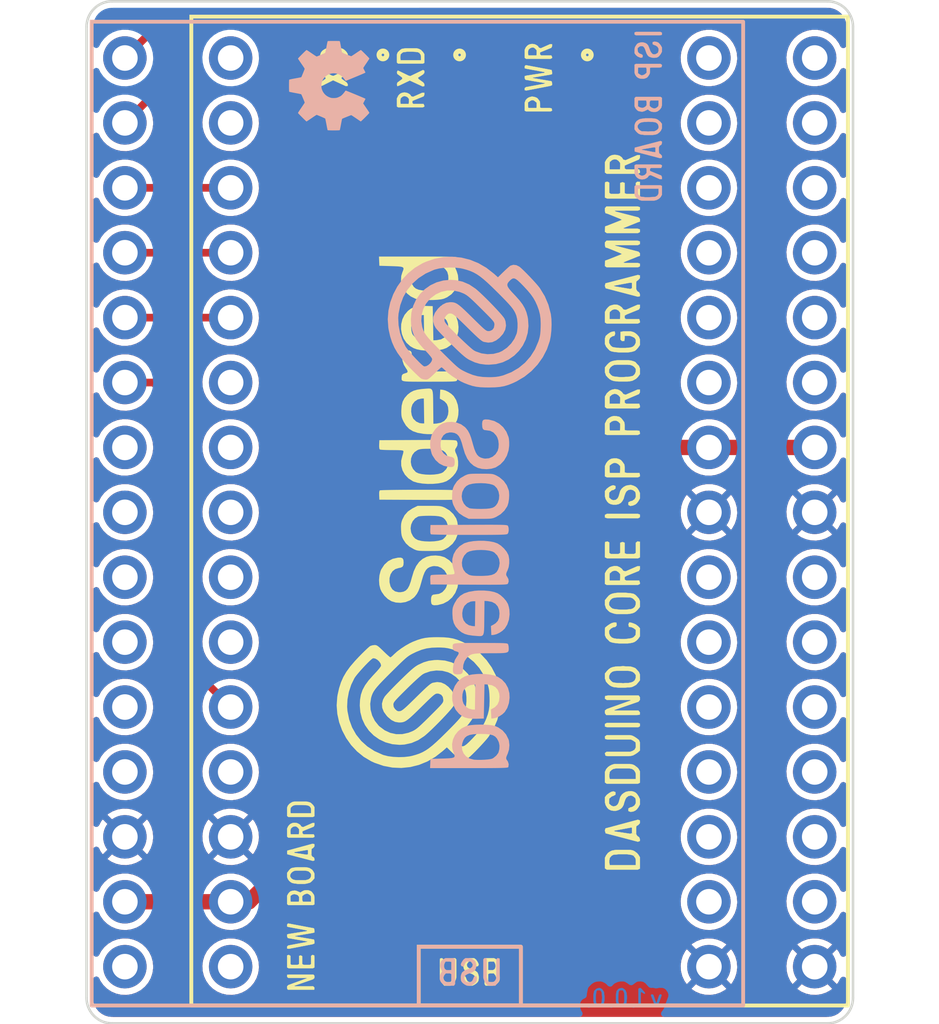
<source format=kicad_pcb>
(kicad_pcb (version 20210623) (generator pcbnew)
  (layers (0 "F.Cu" signal) (31 "B.Cu" signal) (34 "B.Paste" user) (35 "F.Paste" user) (36 "B.SilkS" user "B.Silkscreen") (37 "F.SilkS" user "F.Silkscreen") (38 "B.Mask" user) (39 "F.Mask" user) (44 "Edge.Cuts" user))
  (net 0 "")
  (net 1 "Net-(D1-Pad1)")
  (net 2 "RXD")
  (net 3 "Net-(D2-Pad1)")
  (net 4 "TXD")
  (net 5 "Net-(D3-Pad1)")
  (net 6 "GND")
  (net 8 "VCC")
  (net 15 "D10")
  (net 16 "D13")
  (net 17 "D11")
  (net 18 "D12")
  (footprint "e-radionica.com footprinti:0402R" (layer "F.Cu") (at 111 106 90)
    (fp_text reference "R2")
    (fp_text value "2k2")
    (pad "1" smd rect locked (at -0.5 0 180) (size 0.64 0.54) (layers "F.Cu" "F.Paste" "F.Mask") (net 8 "VCC"))
    (pad "2" smd rect locked (at 0.5 0 180) (size 0.64 0.54) (layers "F.Cu" "F.Paste" "F.Mask") (net 3 "Net-(D2-Pad1)"))
  )
  (footprint "buzzardLabel" (layer "F.Cu") (at 115 138)
    (fp_text reference "" (at 0 0) (layer "F.SilkS") (effects (font (size 1.27 1.27))))
    (fp_text value "" (at 0 0) (layer "F.SilkS") (effects (font (size 1.27 1.27))))
  )
  (footprint "e-radionica.com footprinti:0402LED" (layer "F.Cu") (at 111 103 90)
    (fp_text reference "D2")
    (fp_text value "white")
    (pad "1" smd rect locked (at -0.55 0 180) (size 0.75 0.45) (layers "F.Cu" "F.Paste" "F.Mask") (net 3 "Net-(D2-Pad1)"))
    (pad "2" smd rect locked (at 0.55 0 180) (size 0.75 0.45) (layers "F.Cu" "F.Paste" "F.Mask") (net 4 "TXD"))
  )
  (footprint "e-radionica.com footprinti:0402LED" (layer "F.Cu") (at 114 103 90)
    (fp_text reference "D1")
    (fp_text value "blue")
    (pad "1" smd rect locked (at -0.55 0 180) (size 0.75 0.45) (layers "F.Cu" "F.Paste" "F.Mask") (net 1 "Net-(D1-Pad1)"))
    (pad "2" smd rect locked (at 0.55 0 180) (size 0.75 0.45) (layers "F.Cu" "F.Paste" "F.Mask") (net 2 "RXD"))
  )
  (footprint "buzzardLabel" (layer "F.Cu") (at 121 120 90)
    (fp_text reference "" (at 0 0 90) (layer "F.SilkS") (effects (font (size 1.27 1.27))))
    (fp_text value "" (at 0 0 90) (layer "F.SilkS") (effects (font (size 1.27 1.27))))
  )
  (footprint "e-radionica.com footprinti:0402R" (layer "F.Cu") (at 119 106 90)
    (fp_text reference "R3")
    (fp_text value "2k2")
    (pad "1" smd rect locked (at -0.5 0 180) (size 0.64 0.54) (layers "F.Cu" "F.Paste" "F.Mask") (net 8 "VCC"))
    (pad "2" smd rect locked (at 0.5 0 180) (size 0.64 0.54) (layers "F.Cu" "F.Paste" "F.Mask") (net 5 "Net-(D3-Pad1)"))
  )
  (footprint "Soldered Graphics:Logo-Back-OSH-3.5mm" (layer "F.Cu") (at 109.5 103.3 90)
    (fp_text reference "G***" hide)
    (fp_text value "LOGO" hide)
  )
  (footprint "e-radionica.com footprinti:0402R" (layer "F.Cu") (at 114 106 90)
    (fp_text reference "R1")
    (fp_text value "2k2")
    (pad "1" smd rect locked (at -0.5 0 180) (size 0.64 0.54) (layers "F.Cu" "F.Paste" "F.Mask") (net 8 "VCC"))
    (pad "2" smd rect locked (at 0.5 0 180) (size 0.64 0.54) (layers "F.Cu" "F.Paste" "F.Mask") (net 1 "Net-(D1-Pad1)"))
  )
  (footprint "e-radionica.com footprinti:FIDUCIAL_23" (layer "F.Cu") (at 109 110)
    (fp_text reference "FD1")
    (fp_text value "FIDUCIAL")
    (fp_circle (center 0 0) (end 1 0) (layer "F.Cu") (width 0.2) (fill none))
    (pad "1" smd circle (at 0 0) (size 1 1) (layers "F.Cu" "F.Paste" "F.Mask") (clearance 1.1))
  )
  (footprint "e-radionica.com footprinti:HEADER_MALE_15X1" (layer "F.Cu") (at 128.5 120 90)
    (fp_text reference "K4")
    (fp_text value "HEADER_MALE_15X1")
    (pad "1" thru_hole circle locked (at -17.78 0 90) (size 1.7 1.7) (drill 1) (layers *.Cu *.Mask) (net 6 "GND"))
    (pad "2" thru_hole circle locked (at -15.24 0 90) (size 1.7 1.7) (drill 1) (layers *.Cu *.Mask))
    (pad "3" thru_hole circle locked (at -12.7 0 90) (size 1.7 1.7) (drill 1) (layers *.Cu *.Mask))
    (pad "4" thru_hole circle locked (at -10.16 0 90) (size 1.7 1.7) (drill 1) (layers *.Cu *.Mask))
    (pad "5" thru_hole circle locked (at -7.62 0 90) (size 1.7 1.7) (drill 1) (layers *.Cu *.Mask))
    (pad "6" thru_hole circle locked (at -5.08 0 90) (size 1.7 1.7) (drill 1) (layers *.Cu *.Mask))
    (pad "7" thru_hole circle locked (at -2.54 0 90) (size 1.7 1.7) (drill 1) (layers *.Cu *.Mask))
    (pad "8" thru_hole circle locked (at 0 0 90) (size 1.7 1.7) (drill 1) (layers *.Cu *.Mask) (net 6 "GND"))
    (pad "9" thru_hole circle locked (at 2.54 0 90) (size 1.7 1.7) (drill 1) (layers *.Cu *.Mask) (net 8 "VCC"))
    (pad "10" thru_hole circle locked (at 5.08 0 90) (size 1.7 1.7) (drill 1) (layers *.Cu *.Mask))
    (pad "11" thru_hole circle locked (at 7.62 0 90) (size 1.7 1.7) (drill 1) (layers *.Cu *.Mask))
    (pad "12" thru_hole circle locked (at 10.16 0 90) (size 1.7 1.7) (drill 1) (layers *.Cu *.Mask))
    (pad "13" thru_hole circle locked (at 12.7 0 90) (size 1.7 1.7) (drill 1) (layers *.Cu *.Mask))
    (pad "14" thru_hole circle locked (at 15.24 0 90) (size 1.7 1.7) (drill 1) (layers *.Cu *.Mask))
    (pad "15" thru_hole circle locked (at 17.78 0 90) (size 1.7 1.7) (drill 1) (layers *.Cu *.Mask))
  )
  (footprint "Soldered Graphics:Logo-Front-SolderedFULL-20mm" (layer "F.Cu") (at 113 120 90)
    (fp_text reference "REF**" hide)
    (fp_text value "Logo-Front-SolderedFULL-20mm" hide)
  )
  (footprint "e-radionica.com footprinti:0402LED" (layer "F.Cu") (at 119 103 90)
    (fp_text reference "D3")
    (fp_text value "purple")
    (pad "1" smd rect locked (at -0.55 0 180) (size 0.75 0.45) (layers "F.Cu" "F.Paste" "F.Mask") (net 5 "Net-(D3-Pad1)"))
    (pad "2" smd rect locked (at 0.55 0 180) (size 0.75 0.45) (layers "F.Cu" "F.Paste" "F.Mask") (net 6 "GND"))
  )
  (footprint "buzzardLabel" (layer "F.Cu") (at 112.7 103 90)
    (fp_text reference "" (at 0 0 90) (layer "F.SilkS") (effects (font (size 1.27 1.27))))
    (fp_text value "" (at 0 0 90) (layer "F.SilkS") (effects (font (size 1.27 1.27))))
  )
  (footprint "Soldered Graphics:Logo-Back-SolderedFULL-20mm" (layer "F.Cu") (at 115 120 90)
    (fp_text reference "REF**" hide)
    (fp_text value "Logo-Front-SolderedFULL-20mm" hide)
  )
  (footprint "buzzardLabel" (layer "F.Cu") (at 109.7 103 90)
    (fp_text reference "" (at 0 0 90) (layer "F.SilkS") (effects (font (size 1.27 1.27))))
    (fp_text value "" (at 0 0 90) (layer "F.SilkS") (effects (font (size 1.27 1.27))))
  )
  (footprint "e-radionica.com footprinti:HEADER_MALE_15X1" (layer "F.Cu") (at 105.64 120 90)
    (fp_text reference "K3")
    (fp_text value "HEADER_MALE_15X1")
    (pad "1" thru_hole circle locked (at -17.78 0 90) (size 1.7 1.7) (drill 1) (layers *.Cu *.Mask))
    (pad "2" thru_hole circle locked (at -15.24 0 90) (size 1.7 1.7) (drill 1) (layers *.Cu *.Mask) (net 8 "VCC"))
    (pad "3" thru_hole circle locked (at -12.7 0 90) (size 1.7 1.7) (drill 1) (layers *.Cu *.Mask) (net 6 "GND"))
    (pad "4" thru_hole circle locked (at -10.16 0 90) (size 1.7 1.7) (drill 1) (layers *.Cu *.Mask))
    (pad "5" thru_hole circle locked (at -7.62 0 90) (size 1.7 1.7) (drill 1) (layers *.Cu *.Mask) (net 15 "D10"))
    (pad "6" thru_hole circle locked (at -5.08 0 90) (size 1.7 1.7) (drill 1) (layers *.Cu *.Mask))
    (pad "7" thru_hole circle locked (at -2.54 0 90) (size 1.7 1.7) (drill 1) (layers *.Cu *.Mask))
    (pad "8" thru_hole circle locked (at 0 0 90) (size 1.7 1.7) (drill 1) (layers *.Cu *.Mask))
    (pad "9" thru_hole circle locked (at 2.54 0 90) (size 1.7 1.7) (drill 1) (layers *.Cu *.Mask))
    (pad "10" thru_hole circle locked (at 5.08 0 90) (size 1.7 1.7) (drill 1) (layers *.Cu *.Mask))
    (pad "11" thru_hole circle locked (at 7.62 0 90) (size 1.7 1.7) (drill 1) (layers *.Cu *.Mask) (net 16 "D13"))
    (pad "12" thru_hole circle locked (at 10.16 0 90) (size 1.7 1.7) (drill 1) (layers *.Cu *.Mask) (net 17 "D11"))
    (pad "13" thru_hole circle locked (at 12.7 0 90) (size 1.7 1.7) (drill 1) (layers *.Cu *.Mask) (net 18 "D12"))
    (pad "14" thru_hole circle locked (at 15.24 0 90) (size 1.7 1.7) (drill 1) (layers *.Cu *.Mask))
    (pad "15" thru_hole circle locked (at 17.78 0 90) (size 1.7 1.7) (drill 1) (layers *.Cu *.Mask))
  )
  (footprint "buzzardLabel" (layer "F.Cu") (at 117.7 103 90)
    (fp_text reference "" (at 0 0 90) (layer "F.SilkS") (effects (font (size 1.27 1.27))))
    (fp_text value "" (at 0 0 90) (layer "F.SilkS") (effects (font (size 1.27 1.27))))
  )
  (footprint "buzzardLabel" (layer "F.Cu") (at 108.4 135 90)
    (fp_text reference "" (at 0 0 90) (layer "F.SilkS") (effects (font (size 1.27 1.27))))
    (fp_text value "" (at 0 0 90) (layer "F.SilkS") (effects (font (size 1.27 1.27))))
  )
  (footprint "e-radionica.com footprinti:HEADER_MALE_15X1" (layer "B.Cu") (at 101.5 120 90)
    (fp_text reference "K1")
    (fp_text value "HEADER_MALE_15X1")
    (pad "1" thru_hole circle locked (at -17.78 0 90) (size 1.7 1.7) (drill 1) (layers *.Cu *.Mask))
    (pad "2" thru_hole circle locked (at -15.24 0 90) (size 1.7 1.7) (drill 1) (layers *.Cu *.Mask) (net 8 "VCC"))
    (pad "3" thru_hole circle locked (at -12.7 0 90) (size 1.7 1.7) (drill 1) (layers *.Cu *.Mask) (net 6 "GND"))
    (pad "4" thru_hole circle locked (at -10.16 0 90) (size 1.7 1.7) (drill 1) (layers *.Cu *.Mask))
    (pad "5" thru_hole circle locked (at -7.62 0 90) (size 1.7 1.7) (drill 1) (layers *.Cu *.Mask))
    (pad "6" thru_hole circle locked (at -5.08 0 90) (size 1.7 1.7) (drill 1) (layers *.Cu *.Mask))
    (pad "7" thru_hole circle locked (at -2.54 0 90) (size 1.7 1.7) (drill 1) (layers *.Cu *.Mask))
    (pad "8" thru_hole circle locked (at 0 0 90) (size 1.7 1.7) (drill 1) (layers *.Cu *.Mask))
    (pad "9" thru_hole circle locked (at 2.54 0 90) (size 1.7 1.7) (drill 1) (layers *.Cu *.Mask))
    (pad "10" thru_hole circle locked (at 5.08 0 90) (size 1.7 1.7) (drill 1) (layers *.Cu *.Mask) (net 15 "D10"))
    (pad "11" thru_hole circle locked (at 7.62 0 90) (size 1.7 1.7) (drill 1) (layers *.Cu *.Mask) (net 16 "D13"))
    (pad "12" thru_hole circle locked (at 10.16 0 90) (size 1.7 1.7) (drill 1) (layers *.Cu *.Mask) (net 17 "D11"))
    (pad "13" thru_hole circle locked (at 12.7 0 90) (size 1.7 1.7) (drill 1) (layers *.Cu *.Mask) (net 18 "D12"))
    (pad "14" thru_hole circle locked (at 15.24 0 90) (size 1.7 1.7) (drill 1) (layers *.Cu *.Mask) (net 4 "TXD"))
    (pad "15" thru_hole circle locked (at 17.78 0 90) (size 1.7 1.7) (drill 1) (layers *.Cu *.Mask) (net 2 "RXD"))
  )
  (footprint "e-radionica.com footprinti:HEADER_MALE_15X1" (layer "B.Cu") (at 124.36 120 90)
    (fp_text reference "K2")
    (fp_text value "HEADER_MALE_15X1")
    (pad "1" thru_hole circle locked (at -17.78 0 90) (size 1.7 1.7) (drill 1) (layers *.Cu *.Mask) (net 6 "GND"))
    (pad "2" thru_hole circle locked (at -15.24 0 90) (size 1.7 1.7) (drill 1) (layers *.Cu *.Mask))
    (pad "3" thru_hole circle locked (at -12.7 0 90) (size 1.7 1.7) (drill 1) (layers *.Cu *.Mask))
    (pad "4" thru_hole circle locked (at -10.16 0 90) (size 1.7 1.7) (drill 1) (layers *.Cu *.Mask))
    (pad "5" thru_hole circle locked (at -7.62 0 90) (size 1.7 1.7) (drill 1) (layers *.Cu *.Mask))
    (pad "6" thru_hole circle locked (at -5.08 0 90) (size 1.7 1.7) (drill 1) (layers *.Cu *.Mask))
    (pad "7" thru_hole circle locked (at -2.54 0 90) (size 1.7 1.7) (drill 1) (layers *.Cu *.Mask))
    (pad "8" thru_hole circle locked (at 0 0 90) (size 1.7 1.7) (drill 1) (layers *.Cu *.Mask) (net 6 "GND"))
    (pad "9" thru_hole circle locked (at 2.54 0 90) (size 1.7 1.7) (drill 1) (layers *.Cu *.Mask) (net 8 "VCC"))
    (pad "10" thru_hole circle locked (at 5.08 0 90) (size 1.7 1.7) (drill 1) (layers *.Cu *.Mask))
    (pad "11" thru_hole circle locked (at 7.62 0 90) (size 1.7 1.7) (drill 1) (layers *.Cu *.Mask))
    (pad "12" thru_hole circle locked (at 10.16 0 90) (size 1.7 1.7) (drill 1) (layers *.Cu *.Mask))
    (pad "13" thru_hole circle locked (at 12.7 0 90) (size 1.7 1.7) (drill 1) (layers *.Cu *.Mask))
    (pad "14" thru_hole circle locked (at 15.24 0 90) (size 1.7 1.7) (drill 1) (layers *.Cu *.Mask))
    (pad "15" thru_hole circle locked (at 17.78 0 90) (size 1.7 1.7) (drill 1) (layers *.Cu *.Mask))
  )
  (footprint "Soldered Graphics:Version1.0.0." (layer "B.Cu") (at 121 139 180)
    (fp_text reference "Ref**" hide)
    (fp_text value "Val**" hide)
    (fp_poly (pts (xy -0.44 -0.38) (xy -0.39 -0.38) (xy -0.34 -0.37) (xy -0.34 -0.33) (xy -0.34 -0.27) (xy -0.38 -0.26) (xy -0.43 -0.26) (xy -0.46 -0.29) (xy -0.46 -0.34) (xy -0.44 -0.38)) (layer "B.Cu") (width 0.01) (fill solid))
    (fp_poly (pts (xy 0.06 -0.35) (xy 0.11 -0.35) (xy 0.17 -0.33) (xy 0.13 -0.28) (xy 0.03 -0.28) (xy -0.01 -0.25) (xy -0.03 -0.2) (xy -0.05 -0.15) (xy -0.05 -0.11) (xy -0.05 0.01) (xy -0.05 0.13) (xy -0.05 0.17) (xy -0.03 0.22) (xy -0.01 0.27) (xy 0.02 0.3) (xy 0.13 0.3) (xy 0.16 0.26) (xy 0.18 0.21) (xy 0.18 0.15) (xy 0.19 0.05) (xy 0.19 -0.08) (xy 0.19 -0.12) (xy 0.18 -0.17) (xy 0.16 -0.22) (xy 0.14 -0.27) (xy 0.14 -0.28) (xy 0.17 -0.32) (xy 0.21 -0.29) (xy 0.24 -0.26) (xy 0.26 -0.22) (xy 0.27 -0.16) (xy 0.28 -0.11) (xy 0.28 -0.06) (xy 0.28 0.06) (xy 0.28 0.12) (xy 0.27 0.17) (xy 0.26 0.22) (xy 0.25 0.27) (xy 0.22 0.3) (xy 0.19 0.34) (xy 0.13 0.37) (xy 0.08 0.38) (xy 0.02 0.38) (xy -0.03 0.35) (xy -0.08 0.31) (xy -0.1 0.28) (xy -0.12 0.23) (xy -0.14 0.18) (xy -0.14 0.13) (xy -0.15 0.08) (xy -0.15 -0.04) (xy -0.14 -0.1) (xy -0.14 -0.14) (xy -0.13 -0.2) (xy -0.11 -0.25) (xy -0.08 -0.28) (xy -0.05 -0.32) (xy 0.01 -0.35) (xy 0.06 -0.35)) (layer "B.Cu") (width 0.01) (fill solid))
    (fp_poly (pts (xy -1.33 -0.35) (xy -1.27 -0.35) (xy -1.25 -0.31) (xy -1.09 0.1) (xy -1.11 0.13) (xy -1.16 0.13) (xy -1.19 0.1) (xy -1.28 -0.16) (xy -1.3 -0.21) (xy -1.32 -0.17) (xy -1.41 0.09) (xy -1.44 0.13) (xy -1.49 0.13) (xy -1.51 0.1) (xy -1.36 -0.31) (xy -1.33 -0.35)) (layer "B.Cu") (width 0.01) (fill solid))
    (fp_poly (pts (xy 0.43 -0.38) (xy 0.48 -0.38) (xy 0.54 -0.37) (xy 0.54 -0.33) (xy 0.54 -0.27) (xy 0.5 -0.26) (xy 0.45 -0.26) (xy 0.42 -0.29) (xy 0.42 -0.34) (xy 0.43 -0.38)) (layer "B.Cu") (width 0.01) (fill solid))
    (fp_poly (pts (xy 0.93 -0.35) (xy 0.99 -0.35) (xy 1.04 -0.33) (xy 1.01 -0.28) (xy 0.91 -0.28) (xy 0.87 -0.25) (xy 0.85 -0.2) (xy 0.83 -0.15) (xy 0.83 -0.11) (xy 0.82 0.01) (xy 0.83 0.13) (xy 0.83 0.17) (xy 0.84 0.22) (xy 0.87 0.27) (xy 0.9 0.3) (xy 1.01 0.3) (xy 1.04 0.26) (xy 1.05 0.21) (xy 1.06 0.15) (xy 1.07 0.05) (xy 1.07 -0.08) (xy 1.06 -0.12) (xy 1.06 -0.17) (xy 1.04 -0.22) (xy 1.02 -0.27) (xy 1.01 -0.28) (xy 1.05 -0.32) (xy 1.09 -0.29) (xy 1.12 -0.26) (xy 1.14 -0.22) (xy 1.15 -0.16) (xy 1.16 -0.11) (xy 1.16 -0.06) (xy 1.16 0.06) (xy 1.16 0.12) (xy 1.15 0.17) (xy 1.14 0.22) (xy 1.13 0.27) (xy 1.1 0.3) (xy 1.06 0.34) (xy 1.01 0.37) (xy 0.95 0.38) (xy 0.9 0.38) (xy 0.84 0.35) (xy 0.8 0.31) (xy 0.78 0.28) (xy 0.75 0.23) (xy 0.74 0.18) (xy 0.74 0.13) (xy 0.73 0.08) (xy 0.73 -0.04) (xy 0.73 -0.1) (xy 0.74 -0.14) (xy 0.75 -0.2) (xy 0.77 -0.25) (xy 0.79 -0.28) (xy 0.83 -0.32) (xy 0.89 -0.35) (xy 0.93 -0.35)) (layer "B.Cu") (width 0.01) (fill solid))
    (fp_poly (pts (xy -0.67 -0.35) (xy -0.62 -0.35) (xy -0.6 -0.31) (xy -0.6 0.35) (xy -0.64 0.38) (xy -0.69 0.38) (xy -0.73 0.34) (xy -0.84 0.22) (xy -0.86 0.17) (xy -0.83 0.16) (xy -0.73 0.22) (xy -0.69 0.23) (xy -0.69 -0.31) (xy -0.67 -0.35)) (layer "B.Cu") (width 0.01) (fill solid))
    (fp_poly (pts (xy 1.31 -0.38) (xy 1.36 -0.38) (xy 1.41 -0.37) (xy 1.42 -0.33) (xy 1.42 -0.27) (xy 1.38 -0.26) (xy 1.33 -0.26) (xy 1.3 -0.29) (xy 1.3 -0.34) (xy 1.31 -0.38)) (layer "B.Cu") (width 0.01) (fill solid))
  )
  (footprint "buzzardLabel" (layer "B.Cu") (at 115 138 180)
    (fp_text reference "" (at 0 0) (layer "B.SilkS") (effects (font (size 1.27 1.27)) (justify mirror)))
    (fp_text value "" (at 0 0) (layer "B.SilkS") (effects (font (size 1.27 1.27)) (justify mirror)))
  )
  (footprint "buzzardLabel" (layer "B.Cu") (at 122 104.5 -90)
    (fp_text reference "" (at 0 0 90) (layer "B.SilkS") (effects (font (size 1.27 1.27)) (justify mirror)))
    (fp_text value "" (at 0 0 90) (layer "B.SilkS") (effects (font (size 1.27 1.27)) (justify mirror)))
  )
  (gr_rect (start 100.2 100.8) (end 125.7 139.3) (layer "B.SilkS") (width 0.15) (fill none))
  (gr_rect (start 117 137) (end 113 139.3) (layer "B.SilkS") (width 0.15) (fill none))
  (gr_rect (start 104.1 100.6) (end 129.8 139.3) (layer "F.SilkS") (width 0.15) (fill none))
  (gr_rect (start 113 137) (end 117 139.3) (layer "F.SilkS") (width 0.15) (fill none))
  (gr_arc (start 129 101) (end 129 100) (angle 90) (layer "Edge.Cuts") (width 0.1))
  (gr_arc (start 129 139) (end 129 140) (angle -90) (layer "Edge.Cuts") (width 0.1))
  (gr_line (start 129 140) (end 101 140) (layer "Edge.Cuts") (width 0.1))
  (gr_arc (start 101 139) (end 101 140) (angle 90) (layer "Edge.Cuts") (width 0.1))
  (gr_line (start 100 139) (end 100 101) (layer "Edge.Cuts") (width 0.1))
  (gr_arc (start 101 101) (end 101 100) (angle -90) (layer "Edge.Cuts") (width 0.1))
  (gr_line (start 101 100) (end 129 100) (layer "Edge.Cuts") (width 0.1))
  (gr_line (start 130 101) (end 130 139) (layer "Edge.Cuts") (width 0.1))
  (segment (start 114 105.5) (end 114 103.55) (width 0.3) (layer "F.Cu") (net 1))
  (segment (start 101.5 102.22) (end 103.12 100.6) (width 0.3) (layer "F.Cu") (net 2))
  (segment (start 114 102.1) (end 114 102.45) (width 0.3) (layer "F.Cu") (net 2))
  (segment (start 103.12 100.6) (end 112.5 100.6) (width 0.3) (layer "F.Cu") (net 2))
  (segment (start 112.5 100.6) (end 114 102.1) (width 0.3) (layer "F.Cu") (net 2))
  (segment (start 111 105.5) (end 111 103.55) (width 0.3) (layer "F.Cu") (net 3))
  (segment (start 101.5 104.76) (end 102.76 103.5) (width 0.3) (layer "F.Cu") (net 4))
  (segment (start 102.76 103.5) (end 108.975 103.5) (width 0.3) (layer "F.Cu") (net 4))
  (segment (start 110.025 102.45) (end 111 102.45) (width 0.3) (layer "F.Cu") (net 4))
  (segment (start 108.975 103.5) (end 110.025 102.45) (width 0.3) (layer "F.Cu") (net 4))
  (segment (start 119 105.5) (end 119 103.55) (width 0.3) (layer "F.Cu") (net 5))
  (segment (start 111 106.5) (end 114 106.5) (width 0.3) (layer "F.Cu") (net 8))
  (segment (start 128.5 117.46) (end 124.36 117.46) (width 0.6) (layer "F.Cu") (net 8))
  (segment (start 117.54 117.46) (end 114 121) (width 0.6) (layer "F.Cu") (net 8))
  (segment (start 114 106.5) (end 119 106.5) (width 0.3) (layer "F.Cu") (net 8))
  (segment (start 101.5 135.24) (end 105.64 135.24) (width 0.6) (layer "F.Cu") (net 8))
  (segment (start 105.64 135.24) (end 106.36 135.24) (width 0.6) (layer "F.Cu") (net 8))
  (segment (start 106.36 135.24) (end 114 127.6) (width 0.6) (layer "F.Cu") (net 8))
  (segment (start 114 127.6) (end 114 121) (width 0.6) (layer "F.Cu") (net 8))
  (segment (start 124.36 117.46) (end 117.54 117.46) (width 0.6) (layer "F.Cu") (net 8))
  (segment (start 114 121) (end 114 106.5) (width 0.6) (layer "F.Cu") (net 8))
  (segment (start 103.5 125.48) (end 105.64 127.62) (width 0.3) (layer "F.Cu") (net 15))
  (segment (start 102.62 114.92) (end 103.5 115.8) (width 0.3) (layer "F.Cu") (net 15))
  (segment (start 101.5 114.92) (end 102.62 114.92) (width 0.3) (layer "F.Cu") (net 15))
  (segment (start 103.5 115.8) (end 103.5 125.48) (width 0.3) (layer "F.Cu") (net 15))
  (segment (start 101.5 112.38) (end 105.64 112.38) (width 0.3) (layer "F.Cu") (net 16))
  (segment (start 101.5 109.84) (end 105.64 109.84) (width 0.3) (layer "F.Cu") (net 17))
  (segment (start 101.5 107.3) (end 105.64 107.3) (width 0.3) (layer "F.Cu") (net 18))
  (zone (net 6) (net_name "GND") (layers F&B.Cu) (connect_pads (clearance 0.254)) (min_thickness 0.254) (fill yes (thermal_gap 0.254) (thermal_bridge_width 0.254))
    (polygon (pts (xy 130 140) (xy 100 140) (xy 100 100) (xy 130 100)))
  )
)
</source>
